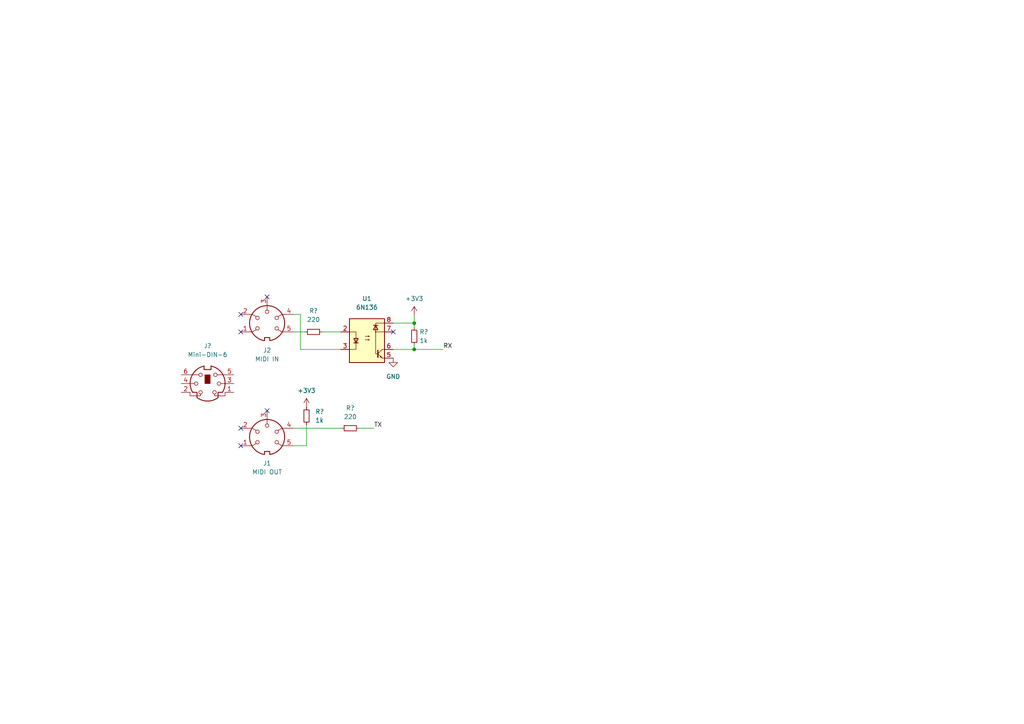
<source format=kicad_sch>
(kicad_sch (version 20211123) (generator eeschema)
  (paper "A4")
  (lib_symbols
    (symbol "Connector:DIN-5" (pin_names (offset 1.016))
      (property "Reference" "J" (at 3.175 5.715 0))
      (property "Value" "DIN-5" (at 0 -6.35 0))
      (symbol "DIN-5_0_1"
        (arc (start -5.08 0) (mid -3.8609 -3.3364) (end -0.762 -5.08) (stroke (width 0.254)))
        (circle (center -2.794 -1.524) (radius 0.508))
        (circle (center -2.794 1.524) (radius 0.508))
        (polyline (pts (xy 0 5.08) (xy 0 3.81)))
        (polyline (pts (xy -5.08 -2.54) (xy -4.318 -2.54) (xy -3.175 -1.905)))
        (polyline (pts (xy -5.08 2.54) (xy -4.318 2.54) (xy -3.175 1.905)))
        (polyline (pts (xy 5.08 -2.54) (xy 4.318 -2.54) (xy 3.175 -1.905)))
        (polyline (pts (xy 5.08 2.54) (xy 4.318 2.54) (xy 3.175 1.905)))
        (polyline (pts (xy -0.762 -4.953) (xy -0.762 -4.191) (xy 0.762 -4.191) (xy 0.762 -4.953)) (stroke (width 0.254)))
        (circle (center 0 3.302) (radius 0.508))
        (arc (start 0.762 -5.08) (mid 3.8685 -3.343) (end 5.08 0) (stroke (width 0.254)))
        (circle (center 2.794 -1.524) (radius 0.508))
        (circle (center 2.794 1.524) (radius 0.508))
        (arc (start 5.08 0) (mid 0 5.08) (end -5.08 0) (stroke (width 0.254)))
      )
      (symbol "DIN-5_1_1"
        (pin passive line (at -7.62 -2.54 0) (length 2.54) (name "~") (number "1"))
        (pin passive line (at -7.62 2.54 0) (length 2.54) (name "~") (number "2"))
        (pin passive line (at 0 7.62 270) (length 2.54) (name "~") (number "3"))
        (pin passive line (at 7.62 2.54 180) (length 2.54) (name "~") (number "4"))
        (pin passive line (at 7.62 -2.54 180) (length 2.54) (name "~") (number "5"))
      )
    )
    (symbol "Connector:Mini-DIN-6" (pin_names (offset 1.016))
      (property "Reference" "J" (at 0 6.35 0))
      (property "Value" "Mini-DIN-6" (at 0 -6.35 0))
      (symbol "Mini-DIN-6_0_1"
        (circle (center -3.302 0) (radius 0.508))
        (arc (start -3.048 -4.064) (mid 0 -5.08) (end 3.048 -4.064) (stroke (width 0.254)))
        (circle (center -2.032 -2.54) (radius 0.508))
        (circle (center -2.032 2.54) (radius 0.508))
        (arc (start -1.016 5.08) (mid -4.6228 2.1214) (end -4.318 -2.54) (stroke (width 0.254)))
        (rectangle (start -0.762 2.54) (end 0.762 0) (fill (type outline)))
        (polyline (pts (xy -3.81 0) (xy -5.08 0)))
        (polyline (pts (xy -2.54 2.54) (xy -5.08 2.54)))
        (polyline (pts (xy 2.794 2.54) (xy 5.08 2.54)))
        (polyline (pts (xy 5.08 0) (xy 3.81 0)))
        (polyline (pts (xy -4.318 -2.54) (xy -3.048 -2.54) (xy -3.048 -4.064)) (stroke (width 0.254)))
        (polyline (pts (xy 4.318 -2.54) (xy 3.048 -2.54) (xy 3.048 -4.064)) (stroke (width 0.254)))
        (polyline (pts (xy -2.032 -3.048) (xy -2.032 -3.556) (xy -5.08 -3.556) (xy -5.08 -2.54)))
        (polyline (pts (xy -1.016 5.08) (xy -1.016 4.064) (xy 1.016 4.064) (xy 1.016 5.08)) (stroke (width 0.254)))
        (polyline (pts (xy 2.032 -3.048) (xy 2.032 -3.556) (xy 5.08 -3.556) (xy 5.08 -2.54)))
        (circle (center 2.032 -2.54) (radius 0.508))
        (circle (center 2.286 2.54) (radius 0.508))
        (circle (center 3.302 0) (radius 0.508))
        (arc (start 4.318 -2.54) (mid 4.6661 2.1322) (end 1.016 5.08) (stroke (width 0.254)))
      )
      (symbol "Mini-DIN-6_1_1"
        (pin passive line (at 7.62 -2.54 180) (length 2.54) (name "~") (number "1"))
        (pin passive line (at -7.62 -2.54 0) (length 2.54) (name "~") (number "2"))
        (pin passive line (at 7.62 0 180) (length 2.54) (name "~") (number "3"))
        (pin passive line (at -7.62 0 0) (length 2.54) (name "~") (number "4"))
        (pin passive line (at 7.62 2.54 180) (length 2.54) (name "~") (number "5"))
        (pin passive line (at -7.62 2.54 0) (length 2.54) (name "~") (number "6"))
      )
    )
    (symbol "Device:R_Small" (pin_numbers hide) (pin_names (offset 0.254) hide)
      (property "Reference" "R" (at 0.762 0.508 0))
      (property "Value" "R_Small" (at 0.762 -1.016 0))
      (symbol "R_Small_0_1"
        (rectangle (start -0.762 1.778) (end 0.762 -1.778) (stroke (width 0.2032)))
      )
      (symbol "R_Small_1_1"
        (pin passive line (at 0 2.54 270) (length 0.762) (name "~") (number "1"))
        (pin passive line (at 0 -2.54 90) (length 0.762) (name "~") (number "2"))
      )
    )
    (symbol "Isolator:6N136" (pin_names (offset 1.016))
      (property "Reference" "U" (at -5.08 7.62 0))
      (property "Value" "6N136" (at 0 7.62 0))
      (symbol "6N136_0_1"
        (rectangle (start -5.08 6.35) (end 5.08 -6.35) (stroke (width 0.254)) (fill (type background)))
        (polyline (pts (xy -3.81 -0.635) (xy -2.54 -0.635)) (stroke (width 0.254)))
        (polyline (pts (xy 1.905 4.445) (xy 3.175 4.445)) (stroke (width 0.254)))
        (polyline (pts (xy 3.175 -2.794) (xy 3.175 -4.826)) (stroke (width 0.3556)))
        (polyline (pts (xy 3.302 -3.937) (xy 4.445 -5.08)))
        (polyline (pts (xy 3.302 -3.683) (xy 4.445 -2.54)))
        (polyline (pts (xy 5.08 -5.08) (xy 4.445 -5.08)))
        (polyline (pts (xy 5.08 -2.54) (xy 4.445 -2.54)))
        (polyline (pts (xy 5.08 2.54) (xy 2.54 2.54)))
        (polyline (pts (xy -5.08 2.54) (xy -3.175 2.54) (xy -3.175 -2.54) (xy -5.08 -2.54)))
        (polyline (pts (xy -3.175 -0.635) (xy -3.81 0.635) (xy -2.54 0.635) (xy -3.175 -0.635)) (stroke (width 0.254)))
        (polyline (pts (xy 2.54 4.445) (xy 1.905 3.175) (xy 3.175 3.175) (xy 2.54 4.445)) (stroke (width 0.254)))
        (polyline (pts (xy 4.318 -4.953) (xy 4.064 -4.445) (xy 3.81 -4.699) (xy 4.318 -4.953)))
        (polyline (pts (xy 5.08 5.08) (xy 2.54 5.08) (xy 2.54 -3.81) (xy 3.175 -3.81)))
        (polyline (pts (xy -0.508 0.254) (xy 0.762 0.254) (xy 0.381 0.127) (xy 0.381 0.381) (xy 0.762 0.254)))
        (polyline (pts (xy -0.508 1.27) (xy 0.762 1.27) (xy 0.381 1.143) (xy 0.381 1.397) (xy 0.762 1.27)))
        (circle (center 2.54 2.54) (radius 0.127))
      )
      (symbol "6N136_1_1"
        (pin no_connect line (at -5.08 5.08 0) (length 2.54) hide (name "NC") (number "1"))
        (pin passive line (at -7.62 2.54 0) (length 2.54) (name "~") (number "2"))
        (pin passive line (at -7.62 -2.54 0) (length 2.54) (name "~") (number "3"))
        (pin no_connect line (at -5.08 -5.08 0) (length 2.54) hide (name "NC") (number "4"))
        (pin passive line (at 7.62 -5.08 180) (length 2.54) (name "~") (number "5"))
        (pin passive line (at 7.62 -2.54 180) (length 2.54) (name "~") (number "6"))
        (pin passive line (at 7.62 2.54 180) (length 2.54) (name "~") (number "7"))
        (pin passive line (at 7.62 5.08 180) (length 2.54) (name "~") (number "8"))
      )
    )
    (symbol "power:+3V3" (power) (pin_names (offset 0))
      (property "Value" "+3V3" (at 0 3.556 0))
      (symbol "+3V3_0_1"
        (polyline (pts (xy -0.762 1.27) (xy 0 2.54)))
        (polyline (pts (xy 0 0) (xy 0 2.54)))
        (polyline (pts (xy 0 2.54) (xy 0.762 1.27)))
      )
      (symbol "+3V3_1_1"
        (pin power_in line (at 0 0 90) (length 0) hide (name "+3V3") (number "1"))
      )
    )
    (symbol "power:GND" (power) (pin_names (offset 0))
      (property "Value" "GND" (at 0 -3.81 0))
      (symbol "GND_0_1"
        (polyline (pts (xy 0 0) (xy 0 -1.27) (xy 1.27 -1.27) (xy 0 -2.54) (xy -1.27 -1.27) (xy 0 -1.27)))
      )
      (symbol "GND_1_1"
        (pin power_in line (at 0 0 270) (length 0) hide (name "GND") (number "1"))
      )
    )
  )
  (junction (at 120.142 93.726))
  (junction (at 120.142 101.346))
  (no_connect (at 69.85 129.286))
  (no_connect (at 69.85 91.186))
  (no_connect (at 77.47 86.106))
  (no_connect (at 69.85 96.266))
  (no_connect (at 69.85 124.206))
  (no_connect (at 77.47 119.126))
  (no_connect (at 114.046 96.266))
  (wire (pts (xy 87.122 91.186) (xy 87.122 101.346)))
  (wire (pts (xy 114.046 93.726) (xy 120.142 93.726)))
  (wire (pts (xy 88.9 123.19) (xy 88.9 129.286)))
  (wire (pts (xy 85.09 91.186) (xy 87.122 91.186)))
  (wire (pts (xy 93.472 96.266) (xy 98.806 96.266)))
  (wire (pts (xy 85.09 124.206) (xy 99.06 124.206)))
  (wire (pts (xy 104.14 124.206) (xy 108.458 124.206)))
  (wire (pts (xy 120.142 91.44) (xy 120.142 93.726)))
  (wire (pts (xy 120.142 101.346) (xy 128.524 101.346)))
  (wire (pts (xy 88.392 96.266) (xy 85.09 96.266)))
  (wire (pts (xy 88.9 129.286) (xy 85.09 129.286)))
  (wire (pts (xy 120.142 100.076) (xy 120.142 101.346)))
  (wire (pts (xy 114.046 101.346) (xy 120.142 101.346)))
  (wire (pts (xy 120.142 93.726) (xy 120.142 94.996)))
  (wire (pts (xy 87.122 101.346) (xy 98.806 101.346)))
  (label "RX" (at 128.524 101.346 0))
  (label "TX" (at 108.458 124.206 0))
  (symbol (lib_id "Device:R_Small") (at 88.9 120.65 180) (unit 1)
    (property "Reference" "R?" (at 91.44 119.3799 0) (effects (justify right)))
    (property "Value" "1k" (at 91.44 121.9199 0) (effects (justify right)))
    (property "Footprint" "Resistor_THT:R_Axial_DIN0207_L6.3mm_D2.5mm_P7.62mm_Horizontal" (effects hide))
  )
  (symbol (lib_id "Device:R_Small") (at 90.932 96.266 90) (unit 1)
    (property "Reference" "R?" (at 90.932 90.17 90))
    (property "Value" "220" (at 90.932 92.71 90))
    (property "Footprint" "Resistor_THT:R_Axial_DIN0207_L6.3mm_D2.5mm_P7.62mm_Horizontal" (effects hide))
  )
  (symbol (lib_id "power:+3V3") (at 88.9 118.11 0) (unit 1)
    (property "Reference" "#PWR?" (effects hide))
    (property "Value" "+3V3" (at 88.9 113.284 0))
  )
  (symbol (lib_id "Device:R_Small") (at 120.142 97.536 180) (unit 1)
    (property "Reference" "R?" (at 121.666 96.2659 0) (effects (justify right)))
    (property "Value" "1k" (at 121.666 98.8059 0) (effects (justify right)))
    (property "Footprint" "Resistor_THT:R_Axial_DIN0207_L6.3mm_D2.5mm_P7.62mm_Horizontal" (effects hide))
  )
  (symbol (lib_id "power:+3V3") (at 120.142 91.44 0) (unit 1)
    (property "Reference" "#PWR?" (effects hide))
    (property "Value" "+3V3" (at 120.142 86.614 0))
  )
  (symbol (lib_id "Connector:Mini-DIN-6") (at 60.198 111.252 0) (unit 1)
    (property "Reference" "J?" (at 60.2157 100.33 0))
    (property "Value" "Mini-DIN-6" (at 60.2157 102.87 0))
    (property "Datasheet" "http://service.powerdynamics.com/ec/Catalog17/Section%2011.pdf" (effects hide))
  )
  (symbol (lib_id "Isolator:6N136") (at 106.426 98.806 0) (unit 1)
    (property "Reference" "U1" (at 106.426 86.614 0))
    (property "Value" "6N136" (at 106.426 89.154 0))
    (property "Footprint" "Package_DIP:DIP-8_W7.62mm_LongPads" (effects hide))
    (property "Datasheet" "https://optoelectronics.liteon.com/upload/download/DS70-2008-0032/6N135-L%206N136-L%20series.pdf" (effects hide))
  )
  (symbol (lib_id "power:GND") (at 114.046 103.886 0) (unit 1)
    (property "Reference" "#PWR?" (effects hide))
    (property "Value" "GND" (at 114.046 109.22 0))
  )
  (symbol (lib_id "Device:R_Small") (at 101.6 124.206 270) (unit 1)
    (property "Reference" "R?" (at 101.6 118.364 90))
    (property "Value" "220" (at 101.6 120.904 90))
    (property "Footprint" "Resistor_THT:R_Axial_DIN0207_L6.3mm_D2.5mm_P7.62mm_Horizontal" (effects hide))
  )
  (symbol (lib_id "Connector:DIN-5") (at 77.47 126.746 0) (unit 1)
    (property "Reference" "J1" (at 77.4701 134.366 0))
    (property "Value" "MIDI OUT" (at 77.4701 136.906 0))
    (property "Footprint" "midi:midi" (effects hide))
    (property "Datasheet" "http://www.mouser.com/ds/2/18/40_c091_abd_e-75918.pdf" (effects hide))
  )
  (symbol (lib_id "Connector:DIN-5") (at 77.47 93.726 0) (unit 1)
    (property "Reference" "J2" (at 77.4701 101.6 0))
    (property "Value" "MIDI IN" (at 77.4701 104.14 0))
    (property "Footprint" "midi:midi" (effects hide))
    (property "Datasheet" "http://www.mouser.com/ds/2/18/40_c091_abd_e-75918.pdf" (effects hide))
  )
)
</source>
